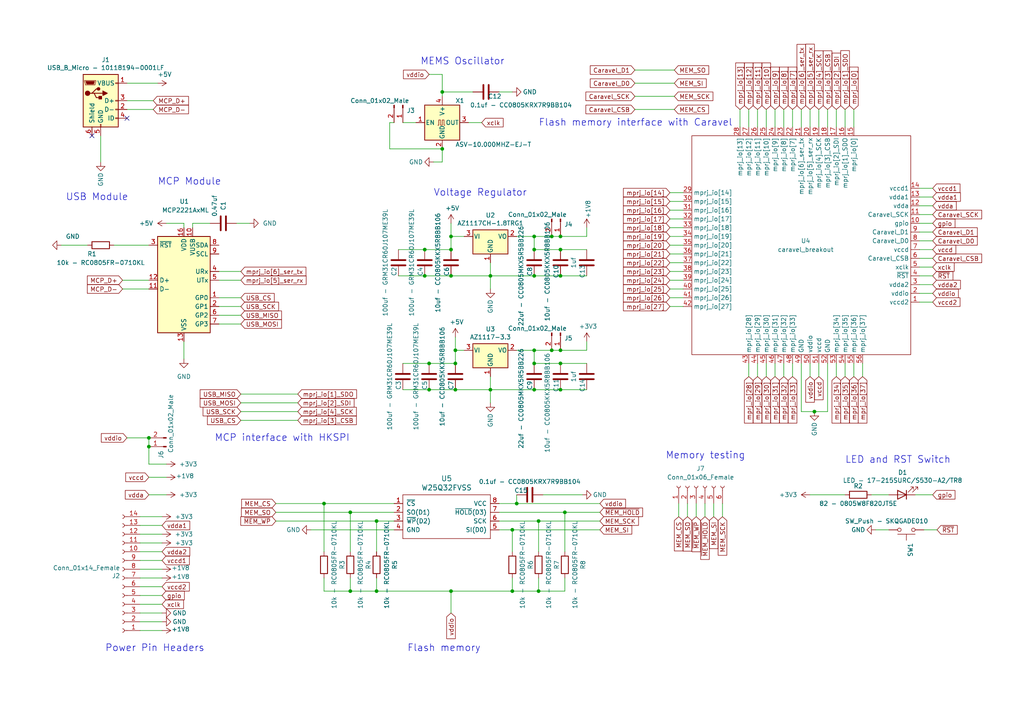
<source format=kicad_sch>
(kicad_sch (version 20211123) (generator eeschema)
  (paper "A4")
  (lib_symbols
    (symbol "Caravel_board:caravel_breakout"
      (property "Reference" "U" (at 0 2.54 0))
      (property "Value" "caravel_breakout" (at 0 0 0))
      (symbol "caravel_breakout_1_1"
        (pin power_in line (at 34.29 -16.51 180) (length 2.54) (name "vccd2") (number "1"))
        (pin bidirectional line (at 34.29 6.35 180) (length 2.54) (name "gpio") (number "10"))
        (pin output line (at 34.29 8.89 180) (length 2.54) (name "Caravel_SCK") (number "11"))
        (pin power_in line (at 34.29 11.43 180) (length 2.54) (name "vdda") (number "12"))
        (pin power_in line (at 34.29 13.97 180) (length 2.54) (name "vdda1") (number "13"))
        (pin power_in line (at 34.29 16.51 180) (length 2.54) (name "vccd1") (number "14"))
        (pin bidirectional line (at 15.24 34.29 270) (length 2.54) (name "mprj_io[0]") (number "15"))
        (pin bidirectional line (at 12.7 34.29 270) (length 2.54) (name "mprj_io[1]_SDO") (number "16"))
        (pin bidirectional line (at 10.16 34.29 270) (length 2.54) (name "mprj_io[2]_SDI") (number "17"))
        (pin bidirectional line (at 7.62 34.29 270) (length 2.54) (name "mprj_io[3]_CSB") (number "18"))
        (pin bidirectional line (at 5.08 34.29 270) (length 2.54) (name "mprj_io[4]_SCK") (number "19"))
        (pin power_in line (at 34.29 -13.97 180) (length 2.54) (name "vddio") (number "2"))
        (pin bidirectional line (at 2.54 34.29 270) (length 2.54) (name "mprj_io[5]_ser_rx") (number "20"))
        (pin bidirectional line (at 0 34.29 270) (length 2.54) (name "mprj_io[6]_ser_tx") (number "21"))
        (pin bidirectional line (at -2.54 34.29 270) (length 2.54) (name "mprj_io[7]") (number "22"))
        (pin bidirectional line (at -5.08 34.29 270) (length 2.54) (name "mprj_io[8]") (number "23"))
        (pin bidirectional line (at -7.62 34.29 270) (length 2.54) (name "mprj_io[9]") (number "24"))
        (pin bidirectional line (at -10.16 34.29 270) (length 2.54) (name "mprj_io[10]") (number "25"))
        (pin bidirectional line (at -12.7 34.29 270) (length 2.54) (name "mprj_io[11]") (number "26"))
        (pin bidirectional line (at -15.24 34.29 270) (length 2.54) (name "mprj_io[12]") (number "27"))
        (pin bidirectional line (at -17.78 34.29 270) (length 2.54) (name "mprj_io[13]") (number "28"))
        (pin bidirectional line (at -34.29 15.24 0) (length 2.54) (name "mprj_io[14]") (number "29"))
        (pin power_in line (at 34.29 -11.43 180) (length 2.54) (name "vdda2") (number "3"))
        (pin bidirectional line (at -34.29 12.7 0) (length 2.54) (name "mprj_io[15]") (number "30"))
        (pin bidirectional line (at -34.29 10.16 0) (length 2.54) (name "mprj_io[16]") (number "31"))
        (pin bidirectional line (at -34.29 7.62 0) (length 2.54) (name "mprj_io[17]") (number "32"))
        (pin bidirectional line (at -34.29 5.08 0) (length 2.54) (name "mprj_io[18]") (number "33"))
        (pin bidirectional line (at -34.29 2.54 0) (length 2.54) (name "mprj_io[19]") (number "34"))
        (pin bidirectional line (at -34.29 0 0) (length 2.54) (name "mprj_io[20]") (number "35"))
        (pin bidirectional line (at -34.29 -2.54 0) (length 2.54) (name "mprj_io[21]") (number "36"))
        (pin bidirectional line (at -34.29 -5.08 0) (length 2.54) (name "mprj_io[22]") (number "37"))
        (pin bidirectional line (at -34.29 -7.62 0) (length 2.54) (name "mprj_io[23]") (number "38"))
        (pin bidirectional line (at -34.29 -10.16 0) (length 2.54) (name "mprj_io[24]") (number "39"))
        (pin input line (at 34.29 -8.89 180) (length 2.54) (name "~{RST}") (number "4"))
        (pin bidirectional line (at -34.29 -12.7 0) (length 2.54) (name "mprj_io[25]") (number "40"))
        (pin bidirectional line (at -34.29 -15.24 0) (length 2.54) (name "mprj_io[26]") (number "41"))
        (pin bidirectional line (at -34.29 -17.78 0) (length 2.54) (name "mprj_io[27]") (number "42"))
        (pin bidirectional line (at -15.24 -34.29 90) (length 2.54) (name "mprj_io[28]") (number "43"))
        (pin bidirectional line (at -12.7 -34.29 90) (length 2.54) (name "mprj_io[29]") (number "44"))
        (pin bidirectional line (at -10.16 -34.29 90) (length 2.54) (name "mprj_io[30]") (number "45"))
        (pin bidirectional line (at -7.62 -34.29 90) (length 2.54) (name "mprj_io[31]") (number "46"))
        (pin bidirectional line (at -5.08 -34.29 90) (length 2.54) (name "mprj_io[32]") (number "47"))
        (pin bidirectional line (at -2.54 -34.29 90) (length 2.54) (name "mprj_io[33]") (number "48"))
        (pin power_in line (at 0 -34.29 90) (length 2.54) (name "GND") (number "49"))
        (pin input line (at 34.29 -6.35 180) (length 2.54) (name "xclk") (number "5"))
        (pin power_in line (at 2.54 -34.29 90) (length 2.54) (name "vddio") (number "50"))
        (pin power_in line (at 5.08 -34.29 90) (length 2.54) (name "vccd") (number "51"))
        (pin power_in line (at 7.62 -34.29 90) (length 2.54) (name "GND") (number "52"))
        (pin bidirectional line (at 10.16 -34.29 90) (length 2.54) (name "mprj_io[34]") (number "53"))
        (pin bidirectional line (at 12.7 -34.29 90) (length 2.54) (name "mprj_io[35]") (number "54"))
        (pin bidirectional line (at 15.24 -34.29 90) (length 2.54) (name "mprj_io[36]") (number "55"))
        (pin bidirectional line (at 17.78 -34.29 90) (length 2.54) (name "mprj_io[37]") (number "56"))
        (pin output line (at 34.29 -3.81 180) (length 2.54) (name "Caravel_CSB") (number "6"))
        (pin power_in line (at 34.29 -1.27 180) (length 2.54) (name "vccd") (number "7"))
        (pin bidirectional line (at 34.29 1.27 180) (length 2.54) (name "Caravel_D0") (number "8"))
        (pin bidirectional line (at 34.29 3.81 180) (length 2.54) (name "Caravel_D1") (number "9"))
      )
    )
    (symbol "Caravel_pcb-rescue:W25Q32FVSS-Caravel_pcb" (pin_names (offset 1.016))
      (property "Reference" "U" (at -12.7 5.334 0))
      (property "Value" "W25Q32FVSS-Caravel_pcb" (at -12.7 -7.874 0))
      (symbol "W25Q32FVSS-Caravel_pcb_1_0"
        (pin input line (at -15.24 2.54 0) (length 2.54) (name "~{CS}") (number "1"))
        (pin bidirectional line (at -15.24 0 0) (length 2.54) (name "SO(D1)") (number "2"))
        (pin bidirectional line (at -15.24 -2.54 0) (length 2.54) (name "~{WP}(D2)") (number "3"))
        (pin power_in line (at -15.24 -5.08 0) (length 2.54) (name "GND") (number "4"))
        (pin bidirectional line (at 15.24 -5.08 180) (length 2.54) (name "SI(D0)") (number "5"))
        (pin bidirectional line (at 15.24 -2.54 180) (length 2.54) (name "SCK") (number "6"))
        (pin bidirectional line (at 15.24 0 180) (length 2.54) (name "~{HOLD}(D3)") (number "7"))
        (pin power_in line (at 15.24 2.54 180) (length 2.54) (name "VCC") (number "8"))
      )
    )
    (symbol "Connector:Conn_01x02_Male" (pin_names (offset 1.016) hide)
      (property "Reference" "J" (at 0 2.54 0))
      (property "Value" "Conn_01x02_Male" (at 0 -5.08 0))
      (symbol "Conn_01x02_Male_1_1"
        (pin passive line (at 5.08 0 180) (length 3.81) (name "Pin_1") (number "1"))
        (pin passive line (at 5.08 -2.54 180) (length 3.81) (name "Pin_2") (number "2"))
      )
    )
    (symbol "Connector:Conn_01x06_Female" (pin_names (offset 1.016) hide)
      (property "Reference" "J" (at 0 7.62 0))
      (property "Value" "Conn_01x06_Female" (at 0 -10.16 0))
      (symbol "Conn_01x06_Female_1_1"
        (pin passive line (at -5.08 5.08 0) (length 3.81) (name "Pin_1") (number "1"))
        (pin passive line (at -5.08 2.54 0) (length 3.81) (name "Pin_2") (number "2"))
        (pin passive line (at -5.08 0 0) (length 3.81) (name "Pin_3") (number "3"))
        (pin passive line (at -5.08 -2.54 0) (length 3.81) (name "Pin_4") (number "4"))
        (pin passive line (at -5.08 -5.08 0) (length 3.81) (name "Pin_5") (number "5"))
        (pin passive line (at -5.08 -7.62 0) (length 3.81) (name "Pin_6") (number "6"))
      )
    )
    (symbol "Connector:Conn_01x14_Female" (pin_names (offset 1.016) hide)
      (property "Reference" "J" (at 0 17.78 0))
      (property "Value" "Conn_01x14_Female" (at 0 -20.32 0))
      (symbol "Conn_01x14_Female_1_1"
        (pin passive line (at -5.08 15.24 0) (length 3.81) (name "Pin_1") (number "1"))
        (pin passive line (at -5.08 -7.62 0) (length 3.81) (name "Pin_10") (number "10"))
        (pin passive line (at -5.08 -10.16 0) (length 3.81) (name "Pin_11") (number "11"))
        (pin passive line (at -5.08 -12.7 0) (length 3.81) (name "Pin_12") (number "12"))
        (pin passive line (at -5.08 -15.24 0) (length 3.81) (name "Pin_13") (number "13"))
        (pin passive line (at -5.08 -17.78 0) (length 3.81) (name "Pin_14") (number "14"))
        (pin passive line (at -5.08 12.7 0) (length 3.81) (name "Pin_2") (number "2"))
        (pin passive line (at -5.08 10.16 0) (length 3.81) (name "Pin_3") (number "3"))
        (pin passive line (at -5.08 7.62 0) (length 3.81) (name "Pin_4") (number "4"))
        (pin passive line (at -5.08 5.08 0) (length 3.81) (name "Pin_5") (number "5"))
        (pin passive line (at -5.08 2.54 0) (length 3.81) (name "Pin_6") (number "6"))
        (pin passive line (at -5.08 0 0) (length 3.81) (name "Pin_7") (number "7"))
        (pin passive line (at -5.08 -2.54 0) (length 3.81) (name "Pin_8") (number "8"))
        (pin passive line (at -5.08 -5.08 0) (length 3.81) (name "Pin_9") (number "9"))
      )
    )
    (symbol "Connector:USB_B_Micro" (pin_names (offset 1.016))
      (property "Reference" "J" (at -5.08 11.43 0))
      (property "Value" "USB_B_Micro" (at -5.08 8.89 0))
      (symbol "USB_B_Micro_1_1"
        (pin power_out line (at 7.62 5.08 180) (length 2.54) (name "VBUS") (number "1"))
        (pin bidirectional line (at 7.62 -2.54 180) (length 2.54) (name "D-") (number "2"))
        (pin bidirectional line (at 7.62 0 180) (length 2.54) (name "D+") (number "3"))
        (pin passive line (at 7.62 -5.08 180) (length 2.54) (name "ID") (number "4"))
        (pin power_out line (at 0 -10.16 90) (length 2.54) (name "GND") (number "5"))
        (pin passive line (at -2.54 -10.16 90) (length 2.54) (name "Shield") (number "6"))
      )
    )
    (symbol "Device:C" (pin_numbers hide) (pin_names (offset 0.254))
      (property "Reference" "C" (at 0.635 2.54 0))
      (property "Value" "C" (at 0.635 -2.54 0))
      (symbol "C_1_1"
        (pin passive line (at 0 3.81 270) (length 2.794) (name "~") (number "1"))
        (pin passive line (at 0 -3.81 90) (length 2.794) (name "~") (number "2"))
      )
    )
    (symbol "Device:LED" (pin_numbers hide) (pin_names (offset 1.016) hide)
      (property "Reference" "D" (at 0 2.54 0))
      (property "Value" "LED" (at 0 -2.54 0))
      (symbol "LED_1_1"
        (pin passive line (at -3.81 0 0) (length 2.54) (name "K") (number "1"))
        (pin passive line (at 3.81 0 180) (length 2.54) (name "A") (number "2"))
      )
    )
    (symbol "Device:R" (pin_numbers hide) (pin_names (offset 0))
      (property "Reference" "R" (at 2.032 0 90))
      (property "Value" "R" (at 0 0 90))
      (symbol "R_1_1"
        (pin passive line (at 0 3.81 270) (length 1.27) (name "~") (number "1"))
        (pin passive line (at 0 -3.81 90) (length 1.27) (name "~") (number "2"))
      )
    )
    (symbol "Interface_USB:MCP2221AxML"
      (property "Reference" "U" (at -7.62 16.51 0))
      (property "Value" "MCP2221AxML" (at 12.7 16.51 0))
      (symbol "MCP2221AxML_1_1"
        (pin bidirectional line (at 10.16 -2.54 180) (length 2.54) (name "GP0") (number "1"))
        (pin passive line (at 2.54 17.78 270) (length 2.54) (name "VUSB") (number "10"))
        (pin bidirectional line (at -10.16 0 0) (length 2.54) (name "D-") (number "11"))
        (pin bidirectional line (at -10.16 2.54 0) (length 2.54) (name "D+") (number "12"))
        (pin power_in line (at 0 -15.24 90) (length 2.54) (name "VSS") (number "13"))
        (pin no_connect line (at -7.62 -2.54 0) (length 2.54) hide (name "NC") (number "14"))
        (pin no_connect line (at -7.62 -5.08 0) (length 2.54) hide (name "NC") (number "15"))
        (pin power_in line (at 0 17.78 270) (length 2.54) (name "VDD") (number "16"))
        (pin no_connect line (at -7.62 -7.62 0) (length 2.54) hide (name "NC") (number "17"))
        (pin bidirectional line (at 10.16 -5.08 180) (length 2.54) (name "GP1") (number "2"))
        (pin input line (at -10.16 12.7 0) (length 2.54) (name "~{RST}") (number "3"))
        (pin input line (at 10.16 5.08 180) (length 2.54) (name "URx") (number "4"))
        (pin output line (at 10.16 2.54 180) (length 2.54) (name "UTx") (number "5"))
        (pin bidirectional line (at 10.16 -7.62 180) (length 2.54) (name "GP2") (number "6"))
        (pin bidirectional line (at 10.16 -10.16 180) (length 2.54) (name "GP3") (number "7"))
        (pin bidirectional line (at 10.16 12.7 180) (length 2.54) (name "SDA") (number "8"))
        (pin bidirectional line (at 10.16 10.16 180) (length 2.54) (name "SCL") (number "9"))
      )
    )
    (symbol "Oscillator:XO91" (pin_names (offset 0.254))
      (property "Reference" "X" (at -5.08 6.35 0))
      (property "Value" "XO91" (at 1.27 -6.35 0))
      (symbol "XO91_1_1"
        (pin input line (at -7.62 0 0) (length 2.54) (name "EN") (number "1"))
        (pin power_in line (at 0 -7.62 90) (length 2.54) (name "GND") (number "2"))
        (pin output line (at 7.62 0 180) (length 2.54) (name "OUT") (number "3"))
        (pin power_in line (at 0 7.62 270) (length 2.54) (name "V+") (number "4"))
      )
    )
    (symbol "Regulator_Linear:AZ1117-1.8" (pin_names (offset 0.254))
      (property "Reference" "U" (at -3.81 3.175 0))
      (property "Value" "AZ1117-1.8" (at 0 3.175 0))
      (symbol "AZ1117-1.8_1_1"
        (pin power_in line (at 0 -7.62 90) (length 2.54) (name "GND") (number "1"))
        (pin power_out line (at 7.62 0 180) (length 2.54) (name "VO") (number "2"))
        (pin power_in line (at -7.62 0 0) (length 2.54) (name "VI") (number "3"))
      )
    )
    (symbol "Regulator_Linear:AZ1117-3.3" (pin_names (offset 0.254))
      (property "Reference" "U" (at -3.81 3.175 0))
      (property "Value" "AZ1117-3.3" (at 0 3.175 0))
      (symbol "AZ1117-3.3_1_1"
        (pin power_in line (at 0 -7.62 90) (length 2.54) (name "GND") (number "1"))
        (pin power_out line (at 7.62 0 180) (length 2.54) (name "VO") (number "2"))
        (pin power_in line (at -7.62 0 0) (length 2.54) (name "VI") (number "3"))
      )
    )
    (symbol "Switch:SW_Push" (pin_numbers hide) (pin_names (offset 1.016) hide)
      (property "Reference" "SW" (at 1.27 2.54 0))
      (property "Value" "SW_Push" (at 0 -1.524 0))
      (symbol "SW_Push_0_1"
        (pin passive line (at -5.08 0 0) (length 2.54) (name "1") (number "1"))
        (pin passive line (at 5.08 0 180) (length 2.54) (name "2") (number "2"))
      )
    )
    (symbol "power:+1V8" (power) (pin_names (offset 0))
      (property "Value" "+1V8" (at 0 3.556 0))
      (symbol "+1V8_1_1"
        (pin power_in line (at 0 0 90) (length 0) hide (name "+1V8") (number "1"))
      )
    )
    (symbol "power:+3.3V" (power) (pin_names (offset 0))
      (property "Value" "+3.3V" (at 0 3.556 0))
      (symbol "+3.3V_1_1"
        (pin power_in line (at 0 0 90) (length 0) hide (name "+3V3") (number "1"))
      )
    )
    (symbol "power:+5V" (power) (pin_names (offset 0))
      (property "Value" "+5V" (at 0 3.556 0))
      (symbol "+5V_1_1"
        (pin power_in line (at 0 0 90) (length 0) hide (name "+5V") (number "1"))
      )
    )
    (symbol "power:GND" (power) (pin_names (offset 0))
      (property "Value" "GND" (at 0 -3.81 0))
      (symbol "GND_1_1"
        (pin power_in line (at 0 0 270) (length 0) hide (name "GND") (number "1"))
      )
    )
  )
  (junction (at 154.94 113.03))
  (junction (at 162.56 72.39))
  (junction (at 93.98 146.05))
  (junction (at 130.81 72.39))
  (junction (at 162.56 101.6))
  (junction (at 162.56 113.03))
  (junction (at 101.6 148.59))
  (junction (at 154.94 101.6))
  (junction (at 132.08 101.6))
  (junction (at 124.46 105.41))
  (junction (at 154.94 68.58))
  (junction (at 123.19 80.01))
  (junction (at 148.59 153.67))
  (junction (at 109.22 171.45))
  (junction (at 154.94 80.01))
  (junction (at 130.81 80.01))
  (junction (at 162.56 68.58))
  (junction (at 130.81 68.58))
  (junction (at 236.22 119.38))
  (junction (at 162.56 105.41))
  (junction (at 132.08 113.03))
  (junction (at 132.08 105.41))
  (junction (at 160.02 68.58))
  (junction (at 156.21 151.13))
  (junction (at 142.24 113.03))
  (junction (at 124.46 113.03))
  (junction (at 154.94 72.39))
  (junction (at 128.27 43.18))
  (junction (at 148.59 171.45))
  (junction (at 162.56 80.01))
  (junction (at 43.18 127))
  (junction (at 43.18 129.54))
  (junction (at 123.19 72.39))
  (junction (at 109.22 151.13))
  (junction (at 154.94 105.41))
  (junction (at 149.86 146.05))
  (junction (at 142.24 80.01))
  (junction (at 101.6 171.45))
  (junction (at 160.02 101.6))
  (junction (at 130.81 171.45))
  (junction (at 156.21 171.45))
  (junction (at 128.27 26.67))
  (junction (at 163.83 148.59))
  (no_connect (at 26.67 39.37))
  (no_connect (at 36.83 34.29))
  (wire (pts (xy 130.81 177.8) (xy 130.81 171.45)))
  (wire (pts (xy 194.31 81.28) (xy 198.12 81.28)))
  (wire (pts (xy 40.64 162.56) (xy 46.99 162.56)))
  (wire (pts (xy 234.95 31.75) (xy 234.95 36.83)))
  (wire (pts (xy 240.03 119.38) (xy 240.03 105.41)))
  (wire (pts (xy 142.24 83.82) (xy 142.24 80.01)))
  (wire (pts (xy 40.64 167.64) (xy 46.99 167.64)))
  (wire (pts (xy 157.48 143.51) (xy 168.91 143.51)))
  (wire (pts (xy 69.85 121.92) (xy 86.36 121.92)))
  (wire (pts (xy 125.73 46.99) (xy 128.27 46.99)))
  (wire (pts (xy 149.86 101.6) (xy 154.94 101.6)))
  (wire (pts (xy 132.08 113.03) (xy 142.24 113.03)))
  (wire (pts (xy 265.43 143.51) (xy 270.51 143.51)))
  (wire (pts (xy 36.83 127) (xy 43.18 127)))
  (wire (pts (xy 227.33 109.22) (xy 227.33 105.41)))
  (wire (pts (xy 162.56 80.01) (xy 170.18 80.01)))
  (wire (pts (xy 266.7 74.93) (xy 270.51 74.93)))
  (wire (pts (xy 245.11 109.22) (xy 245.11 105.41)))
  (wire (pts (xy 43.18 134.62) (xy 48.26 134.62)))
  (wire (pts (xy 236.22 119.38) (xy 240.03 119.38)))
  (wire (pts (xy 184.15 31.75) (xy 195.58 31.75)))
  (wire (pts (xy 194.31 60.96) (xy 198.12 60.96)))
  (wire (pts (xy 156.21 151.13) (xy 173.99 151.13)))
  (wire (pts (xy 149.86 146.05) (xy 173.99 146.05)))
  (wire (pts (xy 266.7 82.55) (xy 270.51 82.55)))
  (wire (pts (xy 184.15 20.32) (xy 195.58 20.32)))
  (wire (pts (xy 194.31 83.82) (xy 198.12 83.82)))
  (wire (pts (xy 194.31 76.2) (xy 198.12 76.2)))
  (wire (pts (xy 149.86 143.51) (xy 149.86 146.05)))
  (wire (pts (xy 214.63 31.75) (xy 214.63 36.83)))
  (wire (pts (xy 46.99 170.18) (xy 40.64 170.18)))
  (wire (pts (xy 229.87 31.75) (xy 229.87 36.83)))
  (wire (pts (xy 142.24 80.01) (xy 142.24 76.2)))
  (wire (pts (xy 194.31 86.36) (xy 198.12 86.36)))
  (wire (pts (xy 156.21 151.13) (xy 156.21 160.02)))
  (wire (pts (xy 63.5 93.98) (xy 69.85 93.98)))
  (wire (pts (xy 115.57 72.39) (xy 123.19 72.39)))
  (wire (pts (xy 17.78 71.12) (xy 25.4 71.12)))
  (wire (pts (xy 154.94 68.58) (xy 154.94 72.39)))
  (wire (pts (xy 46.99 177.8) (xy 40.64 177.8)))
  (wire (pts (xy 128.27 21.59) (xy 124.46 21.59)))
  (wire (pts (xy 252.73 143.51) (xy 257.81 143.51)))
  (wire (pts (xy 48.26 64.77) (xy 53.34 64.77)))
  (wire (pts (xy 116.84 105.41) (xy 124.46 105.41)))
  (wire (pts (xy 35.56 83.82) (xy 43.18 83.82)))
  (wire (pts (xy 93.98 171.45) (xy 93.98 167.64)))
  (wire (pts (xy 36.83 24.13) (xy 45.72 24.13)))
  (wire (pts (xy 254 153.67) (xy 257.81 153.67)))
  (wire (pts (xy 46.99 149.86) (xy 40.64 149.86)))
  (wire (pts (xy 130.81 72.39) (xy 130.81 68.58)))
  (wire (pts (xy 80.01 151.13) (xy 109.22 151.13)))
  (wire (pts (xy 113.03 35.56) (xy 114.3 35.56)))
  (wire (pts (xy 224.79 31.75) (xy 224.79 36.83)))
  (wire (pts (xy 142.24 109.22) (xy 142.24 113.03)))
  (wire (pts (xy 154.94 101.6) (xy 160.02 101.6)))
  (wire (pts (xy 80.01 148.59) (xy 101.6 148.59)))
  (wire (pts (xy 232.41 105.41) (xy 232.41 119.38)))
  (wire (pts (xy 55.88 66.04) (xy 55.88 64.77)))
  (wire (pts (xy 266.7 85.09) (xy 270.51 85.09)))
  (wire (pts (xy 162.56 105.41) (xy 170.18 105.41)))
  (wire (pts (xy 40.64 154.94) (xy 46.99 154.94)))
  (wire (pts (xy 128.27 46.99) (xy 128.27 43.18)))
  (wire (pts (xy 232.41 31.75) (xy 232.41 36.83)))
  (wire (pts (xy 90.17 153.67) (xy 114.3 153.67)))
  (wire (pts (xy 154.94 68.58) (xy 160.02 68.58)))
  (wire (pts (xy 63.5 88.9) (xy 69.85 88.9)))
  (wire (pts (xy 194.31 58.42) (xy 198.12 58.42)))
  (wire (pts (xy 43.18 138.43) (xy 48.26 138.43)))
  (wire (pts (xy 266.7 62.23) (xy 270.51 62.23)))
  (wire (pts (xy 194.31 55.88) (xy 198.12 55.88)))
  (wire (pts (xy 130.81 80.01) (xy 142.24 80.01)))
  (wire (pts (xy 101.6 160.02) (xy 101.6 148.59)))
  (wire (pts (xy 55.88 64.77) (xy 60.96 64.77)))
  (wire (pts (xy 148.59 171.45) (xy 156.21 171.45)))
  (wire (pts (xy 130.81 68.58) (xy 130.81 64.77)))
  (wire (pts (xy 69.85 114.3) (xy 86.36 114.3)))
  (wire (pts (xy 201.93 146.05) (xy 201.93 149.86)))
  (wire (pts (xy 93.98 171.45) (xy 101.6 171.45)))
  (wire (pts (xy 247.65 109.22) (xy 247.65 105.41)))
  (wire (pts (xy 63.5 91.44) (xy 69.85 91.44)))
  (wire (pts (xy 144.78 151.13) (xy 156.21 151.13)))
  (wire (pts (xy 266.7 72.39) (xy 270.51 72.39)))
  (wire (pts (xy 184.15 24.13) (xy 195.58 24.13)))
  (wire (pts (xy 63.5 86.36) (xy 69.85 86.36)))
  (wire (pts (xy 142.24 113.03) (xy 142.24 116.84)))
  (wire (pts (xy 124.46 113.03) (xy 132.08 113.03)))
  (wire (pts (xy 237.49 31.75) (xy 237.49 36.83)))
  (wire (pts (xy 36.83 31.75) (xy 44.45 31.75)))
  (wire (pts (xy 224.79 109.22) (xy 224.79 105.41)))
  (wire (pts (xy 163.83 148.59) (xy 163.83 160.02)))
  (wire (pts (xy 148.59 153.67) (xy 173.99 153.67)))
  (wire (pts (xy 194.31 66.04) (xy 198.12 66.04)))
  (wire (pts (xy 40.64 160.02) (xy 46.99 160.02)))
  (wire (pts (xy 142.24 80.01) (xy 154.94 80.01)))
  (wire (pts (xy 217.17 109.22) (xy 217.17 105.41)))
  (wire (pts (xy 160.02 101.6) (xy 162.56 101.6)))
  (wire (pts (xy 229.87 109.22) (xy 229.87 105.41)))
  (wire (pts (xy 234.95 109.22) (xy 234.95 105.41)))
  (wire (pts (xy 170.18 68.58) (xy 170.18 66.04)))
  (wire (pts (xy 123.19 72.39) (xy 130.81 72.39)))
  (wire (pts (xy 46.99 175.26) (xy 40.64 175.26)))
  (wire (pts (xy 222.25 109.22) (xy 222.25 105.41)))
  (wire (pts (xy 204.47 146.05) (xy 204.47 149.86)))
  (wire (pts (xy 156.21 167.64) (xy 156.21 171.45)))
  (wire (pts (xy 130.81 171.45) (xy 148.59 171.45)))
  (wire (pts (xy 194.31 78.74) (xy 198.12 78.74)))
  (wire (pts (xy 132.08 101.6) (xy 132.08 105.41)))
  (wire (pts (xy 267.97 153.67) (xy 271.78 153.67)))
  (wire (pts (xy 128.27 26.67) (xy 128.27 21.59)))
  (wire (pts (xy 149.86 68.58) (xy 154.94 68.58)))
  (wire (pts (xy 40.64 165.1) (xy 46.99 165.1)))
  (wire (pts (xy 43.18 143.51) (xy 48.26 143.51)))
  (wire (pts (xy 68.58 64.77) (xy 72.39 64.77)))
  (wire (pts (xy 266.7 64.77) (xy 270.51 64.77)))
  (wire (pts (xy 156.21 171.45) (xy 163.83 171.45)))
  (wire (pts (xy 135.89 35.56) (xy 139.7 35.56)))
  (wire (pts (xy 194.31 88.9) (xy 198.12 88.9)))
  (wire (pts (xy 86.36 119.38) (xy 69.85 119.38)))
  (wire (pts (xy 194.31 73.66) (xy 198.12 73.66)))
  (wire (pts (xy 199.39 146.05) (xy 199.39 149.86)))
  (wire (pts (xy 53.34 99.06) (xy 53.34 104.14)))
  (wire (pts (xy 128.27 27.94) (xy 128.27 26.67)))
  (wire (pts (xy 101.6 148.59) (xy 114.3 148.59)))
  (wire (pts (xy 144.78 146.05) (xy 149.86 146.05)))
  (wire (pts (xy 219.71 31.75) (xy 219.71 36.83)))
  (wire (pts (xy 109.22 171.45) (xy 130.81 171.45)))
  (wire (pts (xy 209.55 146.05) (xy 209.55 149.86)))
  (wire (pts (xy 46.99 182.88) (xy 40.64 182.88)))
  (wire (pts (xy 154.94 80.01) (xy 162.56 80.01)))
  (wire (pts (xy 124.46 105.41) (xy 132.08 105.41)))
  (wire (pts (xy 144.78 26.67) (xy 148.59 26.67)))
  (wire (pts (xy 184.15 27.94) (xy 195.58 27.94)))
  (wire (pts (xy 266.7 69.85) (xy 270.51 69.85)))
  (wire (pts (xy 130.81 68.58) (xy 134.62 68.58)))
  (wire (pts (xy 194.31 63.5) (xy 198.12 63.5)))
  (wire (pts (xy 160.02 68.58) (xy 162.56 68.58)))
  (wire (pts (xy 162.56 72.39) (xy 170.18 72.39)))
  (wire (pts (xy 35.56 81.28) (xy 43.18 81.28)))
  (wire (pts (xy 266.7 57.15) (xy 270.51 57.15)))
  (wire (pts (xy 237.49 109.22) (xy 237.49 105.41)))
  (wire (pts (xy 148.59 167.64) (xy 148.59 171.45)))
  (wire (pts (xy 63.5 78.74) (xy 69.85 78.74)))
  (wire (pts (xy 116.84 113.03) (xy 124.46 113.03)))
  (wire (pts (xy 93.98 160.02) (xy 93.98 146.05)))
  (wire (pts (xy 109.22 160.02) (xy 109.22 151.13)))
  (wire (pts (xy 227.33 31.75) (xy 227.33 36.83)))
  (wire (pts (xy 109.22 151.13) (xy 114.3 151.13)))
  (wire (pts (xy 266.7 87.63) (xy 270.51 87.63)))
  (wire (pts (xy 29.21 39.37) (xy 29.21 46.99)))
  (wire (pts (xy 46.99 180.34) (xy 40.64 180.34)))
  (wire (pts (xy 134.62 101.6) (xy 132.08 101.6)))
  (wire (pts (xy 162.56 72.39) (xy 154.94 72.39)))
  (wire (pts (xy 222.25 31.75) (xy 222.25 36.83)))
  (wire (pts (xy 109.22 167.64) (xy 109.22 171.45)))
  (wire (pts (xy 154.94 105.41) (xy 154.94 101.6)))
  (wire (pts (xy 36.83 29.21) (xy 44.45 29.21)))
  (wire (pts (xy 93.98 146.05) (xy 114.3 146.05)))
  (wire (pts (xy 53.34 66.04) (xy 53.34 64.77)))
  (wire (pts (xy 101.6 167.64) (xy 101.6 171.45)))
  (wire (pts (xy 194.31 71.12) (xy 198.12 71.12)))
  (wire (pts (xy 162.56 68.58) (xy 170.18 68.58)))
  (wire (pts (xy 113.03 43.18) (xy 128.27 43.18)))
  (wire (pts (xy 242.57 31.75) (xy 242.57 36.83)))
  (wire (pts (xy 148.59 153.67) (xy 144.78 153.67)))
  (wire (pts (xy 240.03 31.75) (xy 240.03 36.83)))
  (wire (pts (xy 43.18 129.54) (xy 43.18 127)))
  (wire (pts (xy 154.94 113.03) (xy 162.56 113.03)))
  (wire (pts (xy 250.19 109.22) (xy 250.19 105.41)))
  (wire (pts (xy 242.57 109.22) (xy 242.57 105.41)))
  (wire (pts (xy 69.85 116.84) (xy 86.36 116.84)))
  (wire (pts (xy 163.83 148.59) (xy 173.99 148.59)))
  (wire (pts (xy 148.59 160.02) (xy 148.59 153.67)))
  (wire (pts (xy 80.01 146.05) (xy 93.98 146.05)))
  (wire (pts (xy 266.7 59.69) (xy 270.51 59.69)))
  (wire (pts (xy 163.83 171.45) (xy 163.83 167.64)))
  (wire (pts (xy 266.7 54.61) (xy 270.51 54.61)))
  (wire (pts (xy 266.7 67.31) (xy 270.51 67.31)))
  (wire (pts (xy 266.7 77.47) (xy 270.51 77.47)))
  (wire (pts (xy 207.01 146.05) (xy 207.01 149.86)))
  (wire (pts (xy 162.56 101.6) (xy 170.18 101.6)))
  (wire (pts (xy 162.56 113.03) (xy 170.18 113.03)))
  (wire (pts (xy 40.64 157.48) (xy 46.99 157.48)))
  (wire (pts (xy 33.02 71.12) (xy 43.18 71.12)))
  (wire (pts (xy 144.78 148.59) (xy 163.83 148.59)))
  (wire (pts (xy 113.03 35.56) (xy 113.03 43.18)))
  (wire (pts (xy 232.41 119.38) (xy 236.22 119.38)))
  (wire (pts (xy 101.6 171.45) (xy 109.22 171.45)))
  (wire (pts (xy 247.65 31.75) (xy 247.65 36.83)))
  (wire (pts (xy 194.31 68.58) (xy 198.12 68.58)))
  (wire (pts (xy 63.5 81.28) (xy 69.85 81.28)))
  (wire (pts (xy 123.19 80.01) (xy 130.81 80.01)))
  (wire (pts (xy 40.64 152.4) (xy 46.99 152.4)))
  (wire (pts (xy 128.27 26.67) (xy 137.16 26.67)))
  (wire (pts (xy 234.95 143.51) (xy 245.11 143.51)))
  (wire (pts (xy 43.18 129.54) (xy 43.18 134.62)))
  (wire (pts (xy 154.94 113.03) (xy 142.24 113.03)))
  (wire (pts (xy 132.08 97.79) (xy 132.08 101.6)))
  (wire (pts (xy 217.17 31.75) (xy 217.17 36.83)))
  (wire (pts (xy 196.85 146.05) (xy 196.85 149.86)))
  (wire (pts (xy 116.84 35.56) (xy 120.65 35.56)))
  (wire (pts (xy 115.57 80.01) (xy 123.19 80.01)))
  (wire (pts (xy 154.94 105.41) (xy 162.56 105.41)))
  (wire (pts (xy 266.7 80.01) (xy 270.51 80.01)))
  (wire (pts (xy 245.11 31.75) (xy 245.11 36.83)))
  (wire (pts (xy 46.99 172.72) (xy 40.64 172.72)))
  (wire (pts (xy 219.71 109.22) (xy 219.71 105.41)))
  (wire (pts (xy 170.18 101.6) (xy 170.18 99.06)))
  (text "Voltage Regulator\n" (at 125.73 57.15 0) (effects (font (size 2 2)) (justify left bottom)))
  (text "MCP interface with HKSPI\n" (at 62.23 128.27 0) (effects (font (size 2 2)) (justify left bottom)))
  (text "Flash memory" (at 118.11 189.23 0) (effects (font (size 2 2)) (justify left bottom)))
  (text "Flash memory interface with Caravel\n" (at 156.21 36.83 0) (effects (font (size 2 2)) (justify left bottom)))
  (text "LED and RST Switch\n" (at 245.11 134.62 0) (effects (font (size 2 2)) (justify left bottom)))
  (text "Power Pin Headers" (at 30.48 189.23 0) (effects (font (size 2 2)) (justify left bottom)))
  (text "USB Module\n" (at 19.05 58.42 0) (effects (font (size 2 2)) (justify left bottom)))
  (text "MEMS Oscillator" (at 121.92 19.05 0) (effects (font (size 2 2)) (justify left bottom)))
  (text "Memory testing" (at 193.04 133.35 0) (effects (font (size 2 2)) (justify left bottom)))
  (text "MCP Module\n\n" (at 45.72 57.15 0) (effects (font (size 2 2)) (justify left bottom)))
  (global_label "mprj_io[11]" (shape input) (at 219.71 31.75 90) (property "Intersheet References" "${INTERSHEET_REFS}" (effects hide)))
  (global_label "vccd2" (shape input) (at 46.99 170.18 0) (property "Intersheet References" "${INTERSHEET_REFS}" (effects hide)))
  (global_label "mprj_io[5]_ser_rx" (shape input) (at 234.95 31.75 90) (property "Intersheet References" "${INTERSHEET_REFS}" (effects hide)))
  (global_label "mprj_io[2]_SDI" (shape input) (at 86.36 116.84 0) (property "Intersheet References" "${INTERSHEET_REFS}" (effects hide)))
  (global_label "vccd1" (shape input) (at 46.99 162.56 0) (property "Intersheet References" "${INTERSHEET_REFS}" (effects hide)))
  (global_label "vccd" (shape input) (at 43.18 138.43 180) (property "Intersheet References" "${INTERSHEET_REFS}" (effects hide)))
  (global_label "mprj_io[1]_SDO" (shape input) (at 245.11 31.75 90) (property "Intersheet References" "${INTERSHEET_REFS}" (effects hide)))
  (global_label "mprj_io[8]" (shape input) (at 227.33 31.75 90) (property "Intersheet References" "${INTERSHEET_REFS}" (effects hide)))
  (global_label "mprj_io[32]" (shape input) (at 227.33 109.22 270) (property "Intersheet References" "${INTERSHEET_REFS}" (effects hide)))
  (global_label "mprj_io[7]" (shape input) (at 229.87 31.75 90) (property "Intersheet References" "${INTERSHEET_REFS}" (effects hide)))
  (global_label "mprj_io[15]" (shape input) (at 194.31 58.42 180) (property "Intersheet References" "${INTERSHEET_REFS}" (effects hide)))
  (global_label "mprj_io[22]" (shape input) (at 194.31 76.2 180) (property "Intersheet References" "${INTERSHEET_REFS}" (effects hide)))
  (global_label "mprj_io[18]" (shape input) (at 194.31 66.04 180) (property "Intersheet References" "${INTERSHEET_REFS}" (effects hide)))
  (global_label "MEM_SCK" (shape input) (at 195.58 27.94 0) (property "Intersheet References" "${INTERSHEET_REFS}" (effects hide)))
  (global_label "MEM_SCK" (shape input) (at 173.99 151.13 0) (property "Intersheet References" "${INTERSHEET_REFS}" (effects hide)))
  (global_label "~{RST}" (shape input) (at 271.78 153.67 0) (property "Intersheet References" "${INTERSHEET_REFS}" (effects hide)))
  (global_label "gpio" (shape input) (at 270.51 64.77 0) (property "Intersheet References" "${INTERSHEET_REFS}" (effects hide)))
  (global_label "Caravel_CSB" (shape input) (at 184.15 31.75 180) (property "Intersheet References" "${INTERSHEET_REFS}" (effects hide)))
  (global_label "vdda1" (shape input) (at 270.51 57.15 0) (property "Intersheet References" "${INTERSHEET_REFS}" (effects hide)))
  (global_label "mprj_io[34]" (shape input) (at 242.57 109.22 270) (property "Intersheet References" "${INTERSHEET_REFS}" (effects hide)))
  (global_label "MCP_D-" (shape input) (at 44.45 31.75 0) (property "Intersheet References" "${INTERSHEET_REFS}" (effects hide)))
  (global_label "mprj_io[23]" (shape input) (at 194.31 78.74 180) (property "Intersheet References" "${INTERSHEET_REFS}" (effects hide)))
  (global_label "mprj_io[5]_ser_rx" (shape input) (at 69.85 81.28 0) (property "Intersheet References" "${INTERSHEET_REFS}" (effects hide)))
  (global_label "mprj_io[4]_SCK" (shape input) (at 86.36 119.38 0) (property "Intersheet References" "${INTERSHEET_REFS}" (effects hide)))
  (global_label "mprj_io[30]" (shape input) (at 222.25 109.22 270) (property "Intersheet References" "${INTERSHEET_REFS}" (effects hide)))
  (global_label "mprj_io[6]_ser_tx" (shape input) (at 69.85 78.74 0) (property "Intersheet References" "${INTERSHEET_REFS}" (effects hide)))
  (global_label "mprj_io[37]" (shape input) (at 250.19 109.22 270) (property "Intersheet References" "${INTERSHEET_REFS}" (effects hide)))
  (global_label "vccd1" (shape input) (at 270.51 54.61 0) (property "Intersheet References" "${INTERSHEET_REFS}" (effects hide)))
  (global_label "MEM_SI" (shape input) (at 207.01 149.86 270) (property "Intersheet References" "${INTERSHEET_REFS}" (effects hide)))
  (global_label "~{MEM_HOLD}" (shape input) (at 173.99 148.59 0) (property "Intersheet References" "${INTERSHEET_REFS}" (effects hide)))
  (global_label "MEM_SCK" (shape input) (at 209.55 149.86 270) (property "Intersheet References" "${INTERSHEET_REFS}" (effects hide)))
  (global_label "mprj_io[3]_CSB" (shape input) (at 240.03 31.75 90) (property "Intersheet References" "${INTERSHEET_REFS}" (effects hide)))
  (global_label "~{MEM_WP}" (shape input) (at 201.93 149.86 270) (property "Intersheet References" "${INTERSHEET_REFS}" (effects hide)))
  (global_label "vdda" (shape input) (at 43.18 143.51 180) (property "Intersheet References" "${INTERSHEET_REFS}" (effects hide)))
  (global_label "mprj_io[13]" (shape input) (at 214.63 31.75 90) (property "Intersheet References" "${INTERSHEET_REFS}" (effects hide)))
  (global_label "vccd" (shape input) (at 270.51 72.39 0) (property "Intersheet References" "${INTERSHEET_REFS}" (effects hide)))
  (global_label "vddio" (shape input) (at 130.81 177.8 270) (property "Intersheet References" "${INTERSHEET_REFS}" (effects hide)))
  (global_label "vddio" (shape input) (at 234.95 109.22 270) (property "Intersheet References" "${INTERSHEET_REFS}" (effects hide)))
  (global_label "mprj_io[28]" (shape input) (at 217.17 109.22 270) (property "Intersheet References" "${INTERSHEET_REFS}" (effects hide)))
  (global_label "mprj_io[35]" (shape input) (at 245.11 109.22 270) (property "Intersheet References" "${INTERSHEET_REFS}" (effects hide)))
  (global_label "vddio" (shape input) (at 270.51 85.09 0) (property "Intersheet References" "${INTERSHEET_REFS}" (effects hide)))
  (global_label "mprj_io[21]" (shape input) (at 194.31 73.66 180) (property "Intersheet References" "${INTERSHEET_REFS}" (effects hide)))
  (global_label "MCP_D+" (shape input) (at 44.45 29.21 0) (property "Intersheet References" "${INTERSHEET_REFS}" (effects hide)))
  (global_label "~{RST}" (shape input) (at 270.51 80.01 0) (property "Intersheet References" "${INTERSHEET_REFS}" (effects hide)))
  (global_label "mprj_io[29]" (shape input) (at 219.71 109.22 270) (property "Intersheet References" "${INTERSHEET_REFS}" (effects hide)))
  (global_label "mprj_io[25]" (shape input) (at 194.31 83.82 180) (property "Intersheet References" "${INTERSHEET_REFS}" (effects hide)))
  (global_label "mprj_io[12]" (shape input) (at 217.17 31.75 90) (property "Intersheet References" "${INTERSHEET_REFS}" (effects hide)))
  (global_label "vccd" (shape input) (at 237.49 109.22 270) (property "Intersheet References" "${INTERSHEET_REFS}" (effects hide)))
  (global_label "gpio" (shape input) (at 270.51 143.51 0) (property "Intersheet References" "${INTERSHEET_REFS}" (effects hide)))
  (global_label "mprj_io[16]" (shape input) (at 194.31 60.96 180) (property "Intersheet References" "${INTERSHEET_REFS}" (effects hide)))
  (global_label "Caravel_D1" (shape input) (at 184.15 20.32 180) (property "Intersheet References" "${INTERSHEET_REFS}" (effects hide)))
  (global_label "MCP_D-" (shape input) (at 35.56 83.82 180) (property "Intersheet References" "${INTERSHEET_REFS}" (effects hide)))
  (global_label "USB_SCK" (shape input) (at 69.85 119.38 180) (property "Intersheet References" "${INTERSHEET_REFS}" (effects hide)))
  (global_label "mprj_io[19]" (shape input) (at 194.31 68.58 180) (property "Intersheet References" "${INTERSHEET_REFS}" (effects hide)))
  (global_label "MEM_SO" (shape input) (at 199.39 149.86 270) (property "Intersheet References" "${INTERSHEET_REFS}" (effects hide)))
  (global_label "USB_MISO" (shape input) (at 69.85 114.3 180) (property "Intersheet References" "${INTERSHEET_REFS}" (effects hide)))
  (global_label "MEM_CS" (shape input) (at 196.85 149.86 270) (property "Intersheet References" "${INTERSHEET_REFS}" (effects hide)))
  (global_label "MEM_SO" (shape input) (at 195.58 20.32 0) (property "Intersheet References" "${INTERSHEET_REFS}" (effects hide)))
  (global_label "MEM_CS" (shape input) (at 80.01 146.05 180) (property "Intersheet References" "${INTERSHEET_REFS}" (effects hide)))
  (global_label "Caravel_D0" (shape input) (at 270.51 69.85 0) (property "Intersheet References" "${INTERSHEET_REFS}" (effects hide)))
  (global_label "mprj_io[10]" (shape input) (at 222.25 31.75 90) (property "Intersheet References" "${INTERSHEET_REFS}" (effects hide)))
  (global_label "mprj_io[0]" (shape input) (at 247.65 31.75 90) (property "Intersheet References" "${INTERSHEET_REFS}" (effects hide)))
  (global_label "mprj_io[3]_CSB" (shape input) (at 86.36 121.92 0) (property "Intersheet References" "${INTERSHEET_REFS}" (effects hide)))
  (global_label "mprj_io[31]" (shape input) (at 224.79 109.22 270) (property "Intersheet References" "${INTERSHEET_REFS}" (effects hide)))
  (global_label "xclk" (shape input) (at 46.99 175.26 0) (property "Intersheet References" "${INTERSHEET_REFS}" (effects hide)))
  (global_label "mprj_io[36]" (shape input) (at 247.65 109.22 270) (property "Intersheet References" "${INTERSHEET_REFS}" (effects hide)))
  (global_label "mprj_io[24]" (shape input) (at 194.31 81.28 180) (property "Intersheet References" "${INTERSHEET_REFS}" (effects hide)))
  (global_label "vddio" (shape input) (at 173.99 146.05 0) (property "Intersheet References" "${INTERSHEET_REFS}" (effects hide)))
  (global_label "mprj_io[9]" (shape input) (at 224.79 31.75 90) (property "Intersheet References" "${INTERSHEET_REFS}" (effects hide)))
  (global_label "USB_MOSI" (shape input) (at 69.85 116.84 180) (property "Intersheet References" "${INTERSHEET_REFS}" (effects hide)))
  (global_label "mprj_io[14]" (shape input) (at 194.31 55.88 180) (property "Intersheet References" "${INTERSHEET_REFS}" (effects hide)))
  (global_label "mprj_io[20]" (shape input) (at 194.31 71.12 180) (property "Intersheet References" "${INTERSHEET_REFS}" (effects hide)))
  (global_label "mprj_io[4]_SCK" (shape input) (at 237.49 31.75 90) (property "Intersheet References" "${INTERSHEET_REFS}" (effects hide)))
  (global_label "MEM_SO" (shape input) (at 80.01 148.59 180) (property "Intersheet References" "${INTERSHEET_REFS}" (effects hide)))
  (global_label "mprj_io[27]" (shape input) (at 194.31 88.9 180) (property "Intersheet References" "${INTERSHEET_REFS}" (effects hide)))
  (global_label "MEM_CS" (shape input) (at 195.58 31.75 0) (property "Intersheet References" "${INTERSHEET_REFS}" (effects hide)))
  (global_label "MCP_D+" (shape input) (at 35.56 81.28 180) (property "Intersheet References" "${INTERSHEET_REFS}" (effects hide)))
  (global_label "Caravel_SCK" (shape input) (at 184.15 27.94 180) (property "Intersheet References" "${INTERSHEET_REFS}" (effects hide)))
  (global_label "USB_MISO" (shape input) (at 69.85 91.44 0) (property "Intersheet References" "${INTERSHEET_REFS}" (effects hide)))
  (global_label "~{MEM_WP}" (shape input) (at 80.01 151.13 180) (property "Intersheet References" "${INTERSHEET_REFS}" (effects hide)))
  (global_label "USB_CS" (shape input) (at 69.85 121.92 180) (property "Intersheet References" "${INTERSHEET_REFS}" (effects hide)))
  (global_label "mprj_io[1]_SDO" (shape input) (at 86.36 114.3 0) (property "Intersheet References" "${INTERSHEET_REFS}" (effects hide)))
  (global_label "mprj_io[33]" (shape input) (at 229.87 109.22 270) (property "Intersheet References" "${INTERSHEET_REFS}" (effects hide)))
  (global_label "Caravel_D0" (shape input) (at 184.15 24.13 180) (property "Intersheet References" "${INTERSHEET_REFS}" (effects hide)))
  (global_label "vdda1" (shape input) (at 46.99 152.4 0) (property "Intersheet References" "${INTERSHEET_REFS}" (effects hide)))
  (global_label "Caravel_SCK" (shape input) (at 270.51 62.23 0) (property "Intersheet References" "${INTERSHEET_REFS}" (effects hide)))
  (global_label "vdda" (shape input) (at 270.51 59.69 0) (property "Intersheet References" "${INTERSHEET_REFS}" (effects hide)))
  (global_label "vddio" (shape input) (at 36.83 127 180) (property "Intersheet References" "${INTERSHEET_REFS}" (effects hide)))
  (global_label "USB_CS" (shape input) (at 69.85 86.36 0) (property "Intersheet References" "${INTERSHEET_REFS}" (effects hide)))
  (global_label "vddio" (shape input) (at 124.46 21.59 180) (property "Intersheet References" "${INTERSHEET_REFS}" (effects hide)))
  (global_label "USB_MOSI" (shape input) (at 69.85 93.98 0) (property "Intersheet References" "${INTERSHEET_REFS}" (effects hide)))
  (global_label "mprj_io[17]" (shape input) (at 194.31 63.5 180) (property "Intersheet References" "${INTERSHEET_REFS}" (effects hide)))
  (global_label "MEM_SI" (shape input) (at 173.99 153.67 0) (property "Intersheet References" "${INTERSHEET_REFS}" (effects hide)))
  (global_label "xclk" (shape input) (at 139.7 35.56 0) (property "Intersheet References" "${INTERSHEET_REFS}" (effects hide)))
  (global_label "~{MEM_HOLD}" (shape input) (at 204.47 149.86 270) (property "Intersheet References" "${INTERSHEET_REFS}" (effects hide)))
  (global_label "USB_SCK" (shape input) (at 69.85 88.9 0) (property "Intersheet References" "${INTERSHEET_REFS}" (effects hide)))
  (global_label "MEM_SI" (shape input) (at 195.58 24.13 0) (property "Intersheet References" "${INTERSHEET_REFS}" (effects hide)))
  (global_label "vdda2" (shape input) (at 46.99 160.02 0) (property "Intersheet References" "${INTERSHEET_REFS}" (effects hide)))
  (global_label "vdda2" (shape input) (at 270.51 82.55 0) (property "Intersheet References" "${INTERSHEET_REFS}" (effects hide)))
  (global_label "vccd2" (shape input) (at 270.51 87.63 0) (property "Intersheet References" "${INTERSHEET_REFS}" (effects hide)))
  (global_label "Caravel_D1" (shape input) (at 270.51 67.31 0) (property "Intersheet References" "${INTERSHEET_REFS}" (effects hide)))
  (global_label "Caravel_CSB" (shape input) (at 270.51 74.93 0) (property "Intersheet References" "${INTERSHEET_REFS}" (effects hide)))
  (global_label "mprj_io[6]_ser_tx" (shape input) (at 232.41 31.75 90) (property "Intersheet References" "${INTERSHEET_REFS}" (effects hide)))
  (global_label "mprj_io[2]_SDI" (shape input) (at 242.57 31.75 90) (property "Intersheet References" "${INTERSHEET_REFS}" (effects hide)))
  (global_label "gpio" (shape input) (at 46.99 172.72 0) (property "Intersheet References" "${INTERSHEET_REFS}" (effects hide)))
  (global_label "xclk" (shape input) (at 270.51 77.47 0) (property "Intersheet References" "${INTERSHEET_REFS}" (effects hide)))
  (global_label "mprj_io[26]" (shape input) (at 194.31 86.36 180) (property "Intersheet References" "${INTERSHEET_REFS}" (effects hide)))
  (symbol (lib_id "Device:C") (at 64.77 64.77 90) (unit 1)
    (property "Reference" "C1" (at 64.77 59.69 0))
    (property "Value" "0.47uf" (at 62.23 59.69 0))
    (property "Footprint" "Capacitor_SMD:C_0805_2012Metric" (effects hide))
  )
  (symbol (lib_id "power:+3.3V") (at 234.95 143.51 90) (unit 1)
    (property "Reference" "#PWR025" (effects hide))
    (property "Value" "+3.3V" (at 228.6 143.51 90))
  )
  (symbol (lib_id "Device:R") (at 156.21 163.83 0) (unit 1)
    (property "Reference" "R7" (at 161.4678 163.83 90))
    (property "Value" "10k - RC0805FR-0710KL" (at 159.1564 163.83 90))
    (property "Footprint" "Resistor_SMD:R_0805_2012Metric" (effects hide))
  )
  (symbol (lib_id "Device:R") (at 93.98 163.83 0) (unit 1)
    (property "Reference" "R3" (at 99.2378 163.83 90))
    (property "Value" "10k - RC0805FR-0710KL" (at 96.9264 163.83 90))
    (property "Footprint" "Resistor_SMD:R_0805_2012Metric" (effects hide))
  )
  (symbol (lib_id "power:+3.3V") (at 48.26 134.62 270) (unit 1)
    (property "Reference" "#PWR028" (effects hide))
    (property "Value" "+3.3V" (at 54.61 134.62 90))
  )
  (symbol (lib_id "Device:C") (at 162.56 109.22 180) (unit 1)
    (property "Reference" "C11" (at 161.29 111.76 90))
    (property "Value" "10uf - CC0805KKX5R8BB106" (at 158.75 116.84 90))
    (property "Footprint" "Capacitor_SMD:C_0805_2012Metric" (effects hide))
  )
  (symbol (lib_id "Device:R") (at 101.6 163.83 0) (unit 1)
    (property "Reference" "R4" (at 106.8578 163.83 90))
    (property "Value" "10k - RC0805FR-0710KL" (at 104.5464 163.83 90))
    (property "Footprint" "Resistor_SMD:R_0805_2012Metric" (effects hide))
  )
  (symbol (lib_id "power:+5V") (at 45.72 24.13 270) (unit 1)
    (property "Reference" "#PWR03" (effects hide))
    (property "Value" "+5V" (at 45.72 21.59 90) (effects (justify left)))
  )
  (symbol (lib_id "power:+3.3V") (at 170.18 99.06 0) (unit 1)
    (property "Reference" "#PWR023" (effects hide))
    (property "Value" "+3.3V" (at 170.561 94.6658 0))
  )
  (symbol (lib_id "power:+1V8") (at 46.99 167.64 270) (mirror x) (unit 1)
    (property "Reference" "#PWR015" (effects hide))
    (property "Value" "+1V8" (at 52.3748 167.259 90))
  )
  (symbol (lib_id "power:GND") (at 142.24 83.82 0) (unit 1)
    (property "Reference" "#PWR09" (effects hide))
    (property "Value" "GND" (at 142.24 88.9 90))
  )
  (symbol (lib_id "power:+1V8") (at 46.99 165.1 270) (mirror x) (unit 1)
    (property "Reference" "#PWR014" (effects hide))
    (property "Value" "+1V8" (at 52.3748 164.719 90))
  )
  (symbol (lib_id "power:GND") (at 168.91 143.51 90) (unit 1)
    (property "Reference" "#PWR030" (effects hide))
    (property "Value" "GND" (at 173.99 143.51 90))
  )
  (symbol (lib_id "Regulator_Linear:AZ1117-1.8") (at 142.24 68.58 0) (unit 1)
    (property "Reference" "U2" (at 142.24 62.4332 0))
    (property "Value" "AZ1117CH-1.8TRG1" (at 142.24 64.7446 0))
    (property "Footprint" "Package_TO_SOT_SMD:SOT-223-3_TabPin2" (effects hide))
    (property "Datasheet" "https://www.diodes.com/assets/Datasheets/AZ1117.pdf" (effects hide))
  )
  (symbol (lib_id "Device:R") (at 109.22 163.83 0) (unit 1)
    (property "Reference" "R5" (at 114.4778 163.83 90))
    (property "Value" "10k - RC0805FR-0710KL" (at 112.1664 163.83 90))
    (property "Footprint" "Resistor_SMD:R_0805_2012Metric" (effects hide))
  )
  (symbol (lib_id "power:GND") (at 53.34 104.14 0) (unit 1)
    (property "Reference" "#PWR05" (effects hide))
    (property "Value" "GND" (at 53.34 109.22 0))
  )
  (symbol (lib_id "Caravel_pcb-rescue:W25Q32FVSS-Caravel_pcb") (at 129.54 148.59 0) (unit 1)
    (property "Reference" "U5" (at 129.54 138.7856 0) (effects (font (size 1.4986 1.4986))))
    (property "Value" "W25Q32FVSS" (at 129.54 141.4526 0) (effects (font (size 1.4986 1.4986))))
    (property "Footprint" "Package_SO:SOIC-8_5.23x5.23mm_P1.27mm" (effects hide))
  )
  (symbol (lib_id "power:GND") (at 72.39 64.77 90) (unit 1)
    (property "Reference" "#PWR06" (effects hide))
    (property "Value" "GND" (at 76.2 64.7699 90) (effects (justify right)))
  )
  (symbol (lib_id "power:+1V8") (at 48.26 138.43 270) (mirror x) (unit 1)
    (property "Reference" "#PWR019" (effects hide))
    (property "Value" "+1V8" (at 53.6448 138.049 90))
  )
  (symbol (lib_id "power:+5V") (at 132.08 97.79 0) (unit 1)
    (property "Reference" "#PWR08" (effects hide))
    (property "Value" "+5V" (at 132.461 93.3958 0))
  )
  (symbol (lib_id "power:+1V8") (at 170.18 66.04 0) (unit 1)
    (property "Reference" "#PWR022" (effects hide))
    (property "Value" "+1V8" (at 170.561 60.6552 90))
  )
  (symbol (lib_id "Device:C") (at 140.97 26.67 270) (unit 1)
    (property "Reference" "C12" (at 143.51 27.94 90))
    (property "Value" "0.1uf - CC0805KRX7R9BB104" (at 151.13 30.48 90))
    (property "Footprint" "Capacitor_SMD:C_0805_2012Metric" (effects hide))
  )
  (symbol (lib_id "Connector:Conn_01x02_Male") (at 162.56 63.5 270) (unit 1)
    (property "Reference" "J4" (at 163.6776 65.0748 90) (effects (justify left)))
    (property "Value" "Conn_01x02_Male" (at 147.32 62.23 90) (effects (justify left)))
    (property "Footprint" "Connector_PinHeader_2.54mm:PinHeader_1x02_P2.54mm_Vertical" (effects hide))
  )
  (symbol (lib_id "Device:C") (at 170.18 109.22 180) (unit 1)
    (property "Reference" "C14" (at 168.91 111.76 90))
    (property "Value" "1uf" (at 166.37 109.22 90))
    (property "Footprint" "Capacitor_SMD:C_0805_2012Metric" (effects hide))
  )
  (symbol (lib_id "Connector:USB_B_Micro") (at 29.21 29.21 0) (unit 1)
    (property "Reference" "J1" (at 30.6578 17.3482 0))
    (property "Value" "USB_B_Micro - 10118194-0001LF" (at 30.6578 19.6596 0))
    (property "Footprint" "Connector_USB:USB_Micro-B_Amphenol_10118194_Horizontal" (effects hide))
  )
  (symbol (lib_id "power:GND") (at 46.99 180.34 90) (mirror x) (unit 1)
    (property "Reference" "#PWR017" (effects hide))
    (property "Value" "GND" (at 52.07 180.34 90))
  )
  (symbol (lib_id "Device:C") (at 124.46 109.22 180) (unit 1)
    (property "Reference" "C5" (at 123.19 111.76 90))
    (property "Value" "100uf - GRM31CR60J107ME39L" (at 120.65 109.22 90))
    (property "Footprint" "Capacitor_SMD:C_1206_3216Metric" (effects hide))
  )
  (symbol (lib_id "power:+3.3V") (at 46.99 149.86 270) (mirror x) (unit 1)
    (property "Reference" "#PWR011" (effects hide))
    (property "Value" "+3.3V" (at 53.34 149.86 90))
  )
  (symbol (lib_id "Oscillator:XO91") (at 128.27 35.56 0) (unit 1)
    (property "Reference" "X1" (at 132.08 29.21 0) (effects (justify left)))
    (property "Value" "ASV-10.000MHZ-EJ-T" (at 132.08 41.91 0) (effects (justify left)))
    (property "Footprint" "Oscillator:Oscillator_SMD_Abracon_ASV-4Pin_7.0x5.1mm" (effects hide))
  )
  (symbol (lib_id "power:GND") (at 142.24 116.84 0) (unit 1)
    (property "Reference" "#PWR010" (effects hide))
    (property "Value" "GND" (at 142.24 121.92 90))
  )
  (symbol (lib_id "Device:C") (at 162.56 76.2 180) (unit 1)
    (property "Reference" "C10" (at 161.29 78.74 90))
    (property "Value" "10uf - CC0805KKX5R8BB106" (at 158.75 78.74 90))
    (property "Footprint" "Capacitor_SMD:C_0805_2012Metric" (effects hide))
  )
  (symbol (lib_id "Device:C") (at 153.67 143.51 90) (unit 1)
    (property "Reference" "C15" (at 151.13 142.24 90))
    (property "Value" "0.1uf - CC0805KRX7R9BB104" (at 153.67 139.7 90))
    (property "Footprint" "Capacitor_SMD:C_0805_2012Metric" (effects hide))
  )
  (symbol (lib_id "Device:C") (at 123.19 76.2 180) (unit 1)
    (property "Reference" "C4" (at 121.92 78.74 90))
    (property "Value" "100uf - GRM31CR60J107ME39L" (at 119.38 76.2 90))
    (property "Footprint" "Capacitor_SMD:C_1206_3216Metric" (effects hide))
  )
  (symbol (lib_id "Device:LED") (at 261.62 143.51 180) (unit 1)
    (property "Reference" "D1" (at 261.7978 137.033 0))
    (property "Value" "LED - 17-215SURC/S530-A2/TR8" (at 261.7978 139.3444 0))
    (property "Footprint" "LED_SMD:LED_1206_3216Metric" (effects hide))
  )
  (symbol (lib_id "power:+3.3V") (at 46.99 157.48 270) (mirror x) (unit 1)
    (property "Reference" "#PWR013" (effects hide))
    (property "Value" "+3.3V" (at 53.34 157.48 90))
  )
  (symbol (lib_id "Connector:Conn_01x06_Female") (at 201.93 140.97 90) (unit 1)
    (property "Reference" "J7" (at 203.2 135.89 90))
    (property "Value" "Conn_01x06_Female" (at 203.2 138.43 90))
    (property "Footprint" "Connector_PinSocket_2.54mm:PinSocket_1x06_P2.54mm_Vertical" (effects hide))
  )
  (symbol (lib_id "Device:C") (at 115.57 76.2 180) (unit 1)
    (property "Reference" "C2" (at 114.3 78.74 90))
    (property "Value" "100uf - GRM31CR60J107ME39L" (at 111.76 76.2 90))
    (property "Footprint" "Capacitor_SMD:C_1206_3216Metric" (effects hide))
  )
  (symbol (lib_id "power:GND") (at 125.73 46.99 270) (unit 1)
    (property "Reference" "#PWR021" (effects hide))
    (property "Value" "GND" (at 120.65 46.99 90))
  )
  (symbol (lib_id "power:GND") (at 29.21 46.99 0) (unit 1)
    (property "Reference" "#PWR02" (effects hide))
    (property "Value" "GND" (at 29.21 52.07 90))
  )
  (symbol (lib_id "power:+5V") (at 48.26 64.77 90) (unit 1)
    (property "Reference" "#PWR04" (effects hide))
    (property "Value" "+5V" (at 44.45 64.77 90) (effects (justify left)))
  )
  (symbol (lib_id "power:GND") (at 17.78 71.12 270) (unit 1)
    (property "Reference" "#PWR01" (effects hide))
    (property "Value" "GND" (at 19.05 68.58 90) (effects (justify left)))
  )
  (symbol (lib_id "power:GND") (at 90.17 153.67 270) (unit 1)
    (property "Reference" "#PWR029" (effects hide))
    (property "Value" "GND" (at 85.09 153.67 90))
  )
  (symbol (lib_id "Connector:Conn_01x02_Male") (at 48.26 129.54 180) (unit 1)
    (property "Reference" "J6" (at 46.6852 130.6576 90) (effects (justify left)))
    (property "Value" "Conn_01x02_Male" (at 49.53 114.3 90) (effects (justify left)))
    (property "Footprint" "Connector_PinHeader_2.54mm:PinHeader_1x02_P2.54mm_Vertical" (effects hide))
  )
  (symbol (lib_id "Device:R") (at 29.21 71.12 90) (unit 1)
    (property "Reference" "R1" (at 26.67 73.66 90))
    (property "Value" "10k - RC0805FR-0710KL" (at 29.21 76.2 90))
    (property "Footprint" "Resistor_SMD:R_0805_2012Metric" (effects hide))
  )
  (symbol (lib_id "Switch:SW_Push") (at 262.89 153.67 180) (unit 1)
    (property "Reference" "SW1" (at 264.0584 157.4292 90) (effects (justify left)))
    (property "Value" "SW_Push - SKQGADE010" (at 269.24 151.13 0) (effects (justify left)))
    (property "Footprint" "Button_Switch_SMD:SW_SPST_SKQG_WithStem" (effects hide))
  )
  (symbol (lib_id "power:GND") (at 236.22 119.38 0) (unit 1)
    (property "Reference" "#PWR027" (effects hide))
    (property "Value" "GND" (at 236.22 124.46 90))
  )
  (symbol (lib_id "power:+1V8") (at 46.99 182.88 270) (mirror x) (unit 1)
    (property "Reference" "#PWR018" (effects hide))
    (property "Value" "+1V8" (at 52.3748 182.499 90))
  )
  (symbol (lib_id "power:+3.3V") (at 46.99 154.94 270) (mirror x) (unit 1)
    (property "Reference" "#PWR012" (effects hide))
    (property "Value" "+3.3V" (at 53.34 154.94 90))
  )
  (symbol (lib_id "Connector:Conn_01x14_Female") (at 35.56 167.64 180) (unit 1)
    (property "Reference" "J2" (at 34.8488 167.0304 0) (effects (justify left)))
    (property "Value" "Conn_01x14_Female" (at 34.8488 164.719 0) (effects (justify left)))
    (property "Footprint" "Connector_PinHeader_2.54mm:PinHeader_1x14_P2.54mm_Vertical" (effects hide))
  )
  (symbol (lib_id "Device:C") (at 154.94 76.2 180) (unit 1)
    (property "Reference" "C8" (at 153.67 78.74 90))
    (property "Value" "22uf - CC0805MKX5R5BB226" (at 151.13 80.01 90))
    (property "Footprint" "Capacitor_SMD:C_0805_2012Metric" (effects hide))
  )
  (symbol (lib_id "Regulator_Linear:AZ1117-3.3") (at 142.24 101.6 0) (unit 1)
    (property "Reference" "U3" (at 142.24 95.4532 0))
    (property "Value" "AZ1117-3.3" (at 142.24 97.7646 0))
    (property "Footprint" "Package_TO_SOT_SMD:SOT-223-3_TabPin2" (effects hide))
    (property "Datasheet" "https://www.diodes.com/assets/Datasheets/AZ1117.pdf" (effects hide))
  )
  (symbol (lib_id "Device:R") (at 148.59 163.83 0) (unit 1)
    (property "Reference" "R6" (at 153.8478 163.83 90))
    (property "Value" "10k - RC0805FR-0710KL" (at 151.5364 163.83 90))
    (property "Footprint" "Resistor_SMD:R_0805_2012Metric" (effects hide))
  )
  (symbol (lib_id "power:GND") (at 254 153.67 270) (unit 1)
    (property "Reference" "#PWR026" (effects hide))
    (property "Value" "GND" (at 248.92 153.67 90))
  )
  (symbol (lib_id "Device:C") (at 130.81 76.2 180) (unit 1)
    (property "Reference" "C6" (at 129.54 78.74 90))
    (property "Value" "10uf - CC0805KKX5R8BB106" (at 127 76.2 90))
    (property "Footprint" "Capacitor_SMD:C_0805_2012Metric" (effects hide))
  )
  (symbol (lib_id "Caravel_board:caravel_breakout") (at 232.41 71.12 0) (unit 1)
    (property "Reference" "U4" (at 233.68 69.85 0))
    (property "Value" "caravel_breakout" (at 233.68 72.39 0))
    (property "Footprint" "Caravel_Board:caravel_breakout_v1" (effects hide))
  )
  (symbol (lib_id "Device:C") (at 170.18 76.2 180) (unit 1)
    (property "Reference" "C13" (at 168.91 78.74 90))
    (property "Value" "1uf" (at 166.37 76.2 90))
    (property "Footprint" "Capacitor_SMD:C_0805_2012Metric" (effects hide))
  )
  (symbol (lib_id "Device:C") (at 116.84 109.22 180) (unit 1)
    (property "Reference" "C3" (at 115.57 111.76 90))
    (property "Value" "100uf - GRM31CR60J107ME39L" (at 113.03 109.22 90))
    (property "Footprint" "Capacitor_SMD:C_1206_3216Metric" (effects hide))
  )
  (symbol (lib_id "Connector:Conn_01x02_Male") (at 116.84 30.48 270) (unit 1)
    (property "Reference" "J3" (at 117.9576 32.0548 90) (effects (justify left)))
    (property "Value" "Conn_01x02_Male" (at 101.6 29.21 90) (effects (justify left)))
    (property "Footprint" "Connector_PinHeader_2.54mm:PinHeader_1x02_P2.54mm_Vertical" (effects hide))
  )
  (symbol (lib_id "Device:C") (at 154.94 109.22 180) (unit 1)
    (property "Reference" "C9" (at 153.67 111.76 90))
    (property "Value" "22uf - CC0805MKX5R5BB226" (at 151.13 115.57 90))
    (property "Footprint" "Capacitor_SMD:C_0805_2012Metric" (effects hide))
  )
  (symbol (lib_id "power:+3.3V") (at 48.26 143.51 270) (unit 1)
    (property "Reference" "#PWR020" (effects hide))
    (property "Value" "+3.3V" (at 54.61 143.51 90))
  )
  (symbol (lib_id "Interface_USB:MCP2221AxML") (at 53.34 83.82 0) (unit 1)
    (property "Reference" "U1" (at 52.07 58.42 0) (effects (justify left)))
    (property "Value" "MCP2221AxML" (at 46.99 60.96 0) (effects (justify left)))
    (property "Footprint" "Package_DFN_QFN:QFN-16-1EP_4x4mm_P0.65mm_EP2.5x2.5mm" (effects hide))
    (property "Datasheet" "http://ww1.microchip.com/downloads/en/DeviceDoc/20005565B.pdf" (effects hide))
  )
  (symbol (lib_id "Device:R") (at 163.83 163.83 0) (unit 1)
    (property "Reference" "R8" (at 169.0878 163.83 90))
    (property "Value" "10k - RC0805FR-0710KL" (at 166.7764 163.83 90))
    (property "Footprint" "Resistor_SMD:R_0805_2012Metric" (effects hide))
  )
  (symbol (lib_id "Device:R") (at 248.92 143.51 90) (unit 1)
    (property "Reference" "R2" (at 248.92 140.97 90))
    (property "Value" "82 - 0805W8F820JT5E" (at 248.92 146.05 90))
    (property "Footprint" "Resistor_SMD:R_0805_2012Metric" (effects hide))
  )
  (symbol (lib_id "power:GND") (at 148.59 26.67 90) (unit 1)
    (property "Reference" "#PWR024" (effects hide))
    (property "Value" "GND" (at 153.67 26.67 90))
  )
  (symbol (lib_id "Device:C") (at 132.08 109.22 180) (unit 1)
    (property "Reference" "C7" (at 130.81 111.76 90))
    (property "Value" "10uf - CC0805KKX5R8BB106" (at 128.27 109.22 90))
    (property "Footprint" "Capacitor_SMD:C_0805_2012Metric" (effects hide))
  )
  (symbol (lib_id "Connector:Conn_01x02_Male") (at 162.56 96.52 270) (unit 1)
    (property "Reference" "J5" (at 163.6776 98.0948 90) (effects (justify left)))
    (property "Value" "Conn_01x02_Male" (at 147.32 95.25 90) (effects (justify left)))
    (property "Footprint" "Connector_PinHeader_2.54mm:PinHeader_1x02_P2.54mm_Vertical" (effects hide))
  )
  (symbol (lib_id "power:GND") (at 46.99 177.8 90) (mirror x) (unit 1)
    (property "Reference" "#PWR016" (effects hide))
    (property "Value" "GND" (at 52.07 177.8 90))
  )
  (symbol (lib_id "power:+5V") (at 130.81 64.77 0) (unit 1)
    (property "Reference" "#PWR07" (effects hide))
    (property "Value" "+5V" (at 131.191 60.3758 0))
  )
)
</source>
